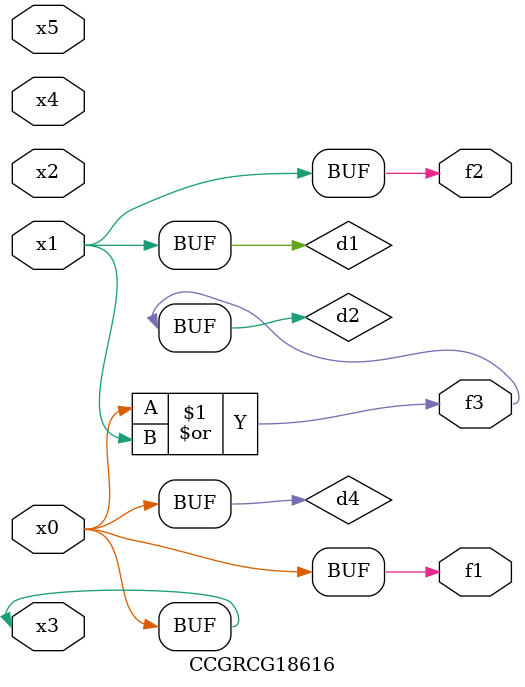
<source format=v>
module CCGRCG18616(
	input x0, x1, x2, x3, x4, x5,
	output f1, f2, f3
);

	wire d1, d2, d3, d4;

	and (d1, x1);
	or (d2, x0, x1);
	nand (d3, x0, x5);
	buf (d4, x0, x3);
	assign f1 = d4;
	assign f2 = d1;
	assign f3 = d2;
endmodule

</source>
